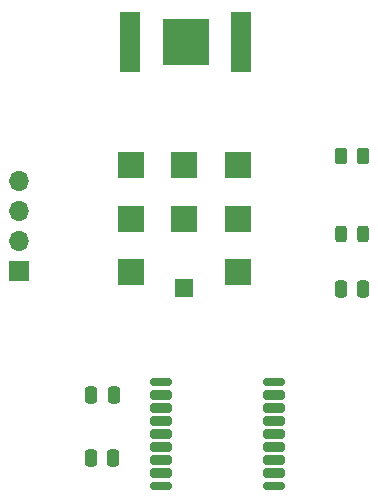
<source format=gbr>
%TF.GenerationSoftware,KiCad,Pcbnew,7.0.7*%
%TF.CreationDate,2023-11-29T00:44:13-05:00*%
%TF.ProjectId,GPS,4750532e-6b69-4636-9164-5f7063625858,rev?*%
%TF.SameCoordinates,Original*%
%TF.FileFunction,Soldermask,Top*%
%TF.FilePolarity,Negative*%
%FSLAX46Y46*%
G04 Gerber Fmt 4.6, Leading zero omitted, Abs format (unit mm)*
G04 Created by KiCad (PCBNEW 7.0.7) date 2023-11-29 00:44:13*
%MOMM*%
%LPD*%
G01*
G04 APERTURE LIST*
G04 Aperture macros list*
%AMRoundRect*
0 Rectangle with rounded corners*
0 $1 Rounding radius*
0 $2 $3 $4 $5 $6 $7 $8 $9 X,Y pos of 4 corners*
0 Add a 4 corners polygon primitive as box body*
4,1,4,$2,$3,$4,$5,$6,$7,$8,$9,$2,$3,0*
0 Add four circle primitives for the rounded corners*
1,1,$1+$1,$2,$3*
1,1,$1+$1,$4,$5*
1,1,$1+$1,$6,$7*
1,1,$1+$1,$8,$9*
0 Add four rect primitives between the rounded corners*
20,1,$1+$1,$2,$3,$4,$5,0*
20,1,$1+$1,$4,$5,$6,$7,0*
20,1,$1+$1,$6,$7,$8,$9,0*
20,1,$1+$1,$8,$9,$2,$3,0*%
G04 Aperture macros list end*
%ADD10RoundRect,0.175000X-0.725000X-0.175000X0.725000X-0.175000X0.725000X0.175000X-0.725000X0.175000X0*%
%ADD11RoundRect,0.200000X-0.700000X-0.200000X0.700000X-0.200000X0.700000X0.200000X-0.700000X0.200000X0*%
%ADD12RoundRect,0.250000X-0.250000X-0.475000X0.250000X-0.475000X0.250000X0.475000X-0.250000X0.475000X0*%
%ADD13R,1.500000X1.500000*%
%ADD14R,2.300000X2.300000*%
%ADD15RoundRect,0.243750X-0.243750X-0.456250X0.243750X-0.456250X0.243750X0.456250X-0.243750X0.456250X0*%
%ADD16R,1.780000X5.080000*%
%ADD17R,3.960000X3.960000*%
%ADD18RoundRect,0.250000X-0.262500X-0.450000X0.262500X-0.450000X0.262500X0.450000X-0.262500X0.450000X0*%
%ADD19R,1.700000X1.700000*%
%ADD20O,1.700000X1.700000*%
G04 APERTURE END LIST*
D10*
%TO.C,U1*%
X141950000Y-85800000D03*
D11*
X141950000Y-86900000D03*
X141950000Y-88000000D03*
X141950000Y-89100000D03*
X141950000Y-90200000D03*
X141950000Y-91300000D03*
X141950000Y-92400000D03*
X141950000Y-93500000D03*
D10*
X141950000Y-94600000D03*
X151450000Y-94600000D03*
D11*
X151450000Y-93500000D03*
X151450000Y-92400000D03*
X151450000Y-91300000D03*
X151450000Y-90200000D03*
X151450000Y-89100000D03*
X151450000Y-88000000D03*
X151450000Y-86900000D03*
D10*
X151450000Y-85800000D03*
%TD*%
D12*
%TO.C,C1*%
X135950000Y-92200000D03*
X137850000Y-92200000D03*
%TD*%
%TO.C,C3*%
X157150000Y-77900000D03*
X159050000Y-77900000D03*
%TD*%
D13*
%TO.C,ANT1*%
X143900000Y-77865000D03*
D14*
X139400000Y-76465000D03*
X148400000Y-76465000D03*
X139400000Y-71965000D03*
X143900000Y-71965000D03*
X148400000Y-71965000D03*
X139400000Y-67465000D03*
X143900000Y-67465000D03*
X148400000Y-67465000D03*
%TD*%
D15*
%TO.C,D2*%
X157162500Y-73300000D03*
X159037500Y-73300000D03*
%TD*%
D16*
%TO.C,BT1*%
X139300000Y-57000000D03*
X148700000Y-57000000D03*
D17*
X144000000Y-57000000D03*
%TD*%
D18*
%TO.C,R1*%
X157187500Y-66700000D03*
X159012500Y-66700000D03*
%TD*%
D12*
%TO.C,C2*%
X136000000Y-86900000D03*
X137900000Y-86900000D03*
%TD*%
D19*
%TO.C,J3*%
X129900000Y-76400000D03*
D20*
X129900000Y-73860000D03*
X129900000Y-71320000D03*
X129900000Y-68780000D03*
%TD*%
M02*

</source>
